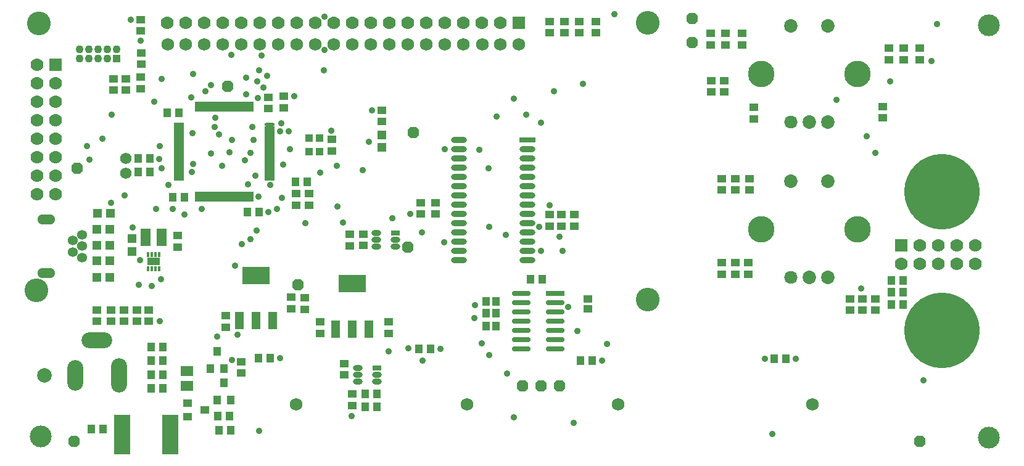
<source format=gbs>
G04*
G04 #@! TF.GenerationSoftware,Altium Limited,Altium Designer,19.1.5 (86)*
G04*
G04 Layer_Color=16711935*
%FSLAX24Y24*%
%MOIN*%
G70*
G01*
G75*
%ADD20C,0.0680*%
%ADD21R,0.0513X0.0474*%
%ADD22P,0.0682X8X112.5*%
%ADD23O,0.1655X0.0867*%
%ADD24O,0.0867X0.1655*%
%ADD25O,0.0867X0.1852*%
%ADD26C,0.0789*%
%ADD27R,0.0700X0.0700*%
%ADD28C,0.0700*%
%ADD29C,0.1280*%
%ADD30P,0.0682X8X22.5*%
%ADD31O,0.0730X0.0680*%
%ADD32C,0.0730*%
%ADD33C,0.1430*%
%ADD34C,0.4080*%
%ADD35C,0.0620*%
%ADD36R,0.0700X0.0700*%
%ADD37O,0.0966X0.0533*%
%ADD38C,0.0533*%
%ADD39C,0.0430*%
%ADD40R,0.0430X0.0430*%
%ADD41C,0.1180*%
%ADD42C,0.0360*%
%ADD43C,0.0237*%
%ADD100R,0.0454X0.0395*%
%ADD101R,0.0395X0.0454*%
%ADD102R,0.0474X0.0434*%
%ADD103R,0.0513X0.0513*%
%ADD104R,0.0513X0.0513*%
%ADD105R,0.0178X0.0277*%
%ADD106R,0.0710X0.0434*%
%ADD107R,0.0556X0.0954*%
%ADD108R,0.0395X0.0434*%
%ADD109R,0.0867X0.2167*%
%ADD110R,0.0513X0.0926*%
%ADD111R,0.0513X0.0926*%
%ADD112R,0.1458X0.0926*%
%ADD113O,0.0867X0.0316*%
%ADD114R,0.0867X0.0316*%
%ADD115R,0.0671X0.0572*%
%ADD116R,0.0198X0.0552*%
%ADD117R,0.0552X0.0198*%
%ADD118O,0.0552X0.0198*%
%ADD119O,0.0513X0.0316*%
%ADD120R,0.0513X0.0316*%
%ADD121R,0.0434X0.0474*%
%ADD122O,0.1020X0.0277*%
%ADD123R,0.1020X0.0277*%
%ADD124R,0.0415X0.0474*%
%ADD125R,0.0415X0.0474*%
%ADD126R,0.0474X0.0415*%
%ADD127R,0.0474X0.0415*%
D20*
X42900Y3000D02*
D03*
X24250D02*
D03*
X32400D02*
D03*
X15000D02*
D03*
X8074Y22450D02*
D03*
X9058D02*
D03*
X10050D02*
D03*
X11026D02*
D03*
X12050D02*
D03*
X13050D02*
D03*
X14050D02*
D03*
X15050D02*
D03*
X16050D02*
D03*
X17050D02*
D03*
X18050D02*
D03*
X19050D02*
D03*
X20058D02*
D03*
X21050D02*
D03*
X22050D02*
D03*
X23050D02*
D03*
X24050D02*
D03*
X25082D02*
D03*
X26050D02*
D03*
X27050D02*
D03*
D21*
X19650Y17569D02*
D03*
Y16900D02*
D03*
D22*
X36400Y22580D02*
D03*
Y23860D02*
D03*
X29250Y4000D02*
D03*
X3000Y1000D02*
D03*
X28250Y4000D02*
D03*
X48700Y1000D02*
D03*
X11300Y20200D02*
D03*
X21050Y11500D02*
D03*
X27250Y4000D02*
D03*
X15120Y9480D02*
D03*
D23*
X4255Y6470D02*
D03*
D24*
X3074Y4580D02*
D03*
D25*
X5436D02*
D03*
D26*
X1420D02*
D03*
D27*
X27050Y23631D02*
D03*
X47700Y11600D02*
D03*
D28*
X9050Y23631D02*
D03*
X10050D02*
D03*
X11050D02*
D03*
X12050D02*
D03*
X13050D02*
D03*
X14050D02*
D03*
X15050D02*
D03*
X16050D02*
D03*
X17050D02*
D03*
X18050D02*
D03*
X19050D02*
D03*
X20050D02*
D03*
X21050D02*
D03*
X22050D02*
D03*
X23050D02*
D03*
X24050D02*
D03*
X25050D02*
D03*
X26050D02*
D03*
X8050D02*
D03*
X48700Y11600D02*
D03*
X49700D02*
D03*
X50700D02*
D03*
X51700D02*
D03*
X47700Y10600D02*
D03*
X48700D02*
D03*
X49700D02*
D03*
X50700D02*
D03*
X51700D02*
D03*
X1000Y14350D02*
D03*
Y15350D02*
D03*
Y16350D02*
D03*
Y17350D02*
D03*
Y18350D02*
D03*
Y19350D02*
D03*
Y20350D02*
D03*
Y21350D02*
D03*
X2000Y14350D02*
D03*
Y15350D02*
D03*
Y16350D02*
D03*
Y17350D02*
D03*
Y18350D02*
D03*
Y19350D02*
D03*
Y20350D02*
D03*
D29*
X34020Y23631D02*
D03*
Y8670D02*
D03*
X1100Y23601D02*
D03*
X967Y9169D02*
D03*
D30*
X21350Y17700D02*
D03*
X3175Y15775D02*
D03*
D31*
X41750Y18250D02*
D03*
Y9850D02*
D03*
D32*
X42750Y18250D02*
D03*
X43750D02*
D03*
Y23450D02*
D03*
X41750D02*
D03*
Y15050D02*
D03*
X43750D02*
D03*
Y9850D02*
D03*
X42750D02*
D03*
D33*
X45350Y20850D02*
D03*
X40150D02*
D03*
Y12450D02*
D03*
X45350D02*
D03*
D34*
X49900Y7000D02*
D03*
Y14500D02*
D03*
D35*
X5800Y15500D02*
D03*
X5815Y16300D02*
D03*
D36*
X2000Y21350D02*
D03*
D37*
X1500Y12987D02*
D03*
Y10113D02*
D03*
D38*
X2957Y11865D02*
D03*
Y11235D02*
D03*
X3449Y10920D02*
D03*
Y11550D02*
D03*
Y12180D02*
D03*
D39*
X3300Y22200D02*
D03*
Y21700D02*
D03*
X3800Y22200D02*
D03*
Y21700D02*
D03*
X4300Y22200D02*
D03*
Y21700D02*
D03*
X4800Y22200D02*
D03*
Y21700D02*
D03*
X5300Y22200D02*
D03*
D40*
Y21700D02*
D03*
D41*
X1200Y1250D02*
D03*
X52450Y1200D02*
D03*
Y23500D02*
D03*
D42*
X6160Y12570D02*
D03*
X24660Y8380D02*
D03*
X24640Y7660D02*
D03*
X12890Y12410D02*
D03*
X10410Y20260D02*
D03*
X10100Y19920D02*
D03*
X7210Y9390D02*
D03*
X7700Y9770D02*
D03*
X8340Y13570D02*
D03*
X8960Y13250D02*
D03*
X6570Y10810D02*
D03*
X10740Y6650D02*
D03*
X16300Y15540D02*
D03*
X17210Y15890D02*
D03*
X14308Y15952D02*
D03*
X14670Y16810D02*
D03*
X6500Y9450D02*
D03*
X16910Y17810D02*
D03*
X16550Y23950D02*
D03*
X6080Y23790D02*
D03*
X32210Y24100D02*
D03*
X26790Y19520D02*
D03*
X28230Y18230D02*
D03*
X30510Y20320D02*
D03*
X28940Y19930D02*
D03*
X27440Y18655D02*
D03*
X25840Y18570D02*
D03*
X29410Y11300D02*
D03*
X11720Y10500D02*
D03*
X12080Y11660D02*
D03*
X12530Y11940D02*
D03*
X14240Y14170D02*
D03*
X17540Y12830D02*
D03*
X3840Y16240D02*
D03*
X18615Y15680D02*
D03*
X13960Y13560D02*
D03*
X13240Y20120D02*
D03*
X12940Y19550D02*
D03*
X12900Y20450D02*
D03*
X13450Y20750D02*
D03*
X12300Y19750D02*
D03*
X10650Y18500D02*
D03*
X23050Y16800D02*
D03*
X13500Y13400D02*
D03*
X7450Y13550D02*
D03*
X5750Y14300D02*
D03*
X20000Y5850D02*
D03*
X11550Y5400D02*
D03*
X11858Y6758D02*
D03*
X14150Y5500D02*
D03*
X15500Y12800D02*
D03*
X20200Y13050D02*
D03*
X17250Y13700D02*
D03*
X3700Y16950D02*
D03*
X25050Y6300D02*
D03*
X31800Y6250D02*
D03*
X26400Y4650D02*
D03*
X25450Y5650D02*
D03*
X21850Y5350D02*
D03*
X18000Y2350D02*
D03*
X13000Y1550D02*
D03*
X21800Y12300D02*
D03*
X40750Y1400D02*
D03*
X30000Y2000D02*
D03*
X26760Y2310D02*
D03*
X9450Y20850D02*
D03*
X7750Y20600D02*
D03*
X7350Y19350D02*
D03*
X9350Y19600D02*
D03*
X12650Y18000D02*
D03*
X13000Y21050D02*
D03*
X12300Y20650D02*
D03*
X14200Y18200D02*
D03*
X14150Y17750D02*
D03*
X14600D02*
D03*
X21162Y13288D02*
D03*
X25450Y12600D02*
D03*
X25400Y15750D02*
D03*
X29700Y8250D02*
D03*
X30200Y6950D02*
D03*
X21075Y6025D02*
D03*
X22800Y6000D02*
D03*
X16550Y22150D02*
D03*
X40350Y5450D02*
D03*
X31550Y5350D02*
D03*
X42019Y5450D02*
D03*
X7650Y16950D02*
D03*
X16500Y21050D02*
D03*
X7750Y15750D02*
D03*
X7600Y16250D02*
D03*
X14900Y19650D02*
D03*
X11500Y21900D02*
D03*
X9900Y13550D02*
D03*
X5000Y13900D02*
D03*
X6600Y22650D02*
D03*
X18950Y17200D02*
D03*
X19100Y18900D02*
D03*
X13150Y21850D02*
D03*
X5050Y18650D02*
D03*
X8100Y14850D02*
D03*
X4550Y17350D02*
D03*
X49350Y21550D02*
D03*
X45550Y9250D02*
D03*
X9450Y16000D02*
D03*
X9374Y15576D02*
D03*
X10400Y16562D02*
D03*
X12815Y15365D02*
D03*
X23000Y11750D02*
D03*
X28250Y11300D02*
D03*
X9400Y17650D02*
D03*
X47100Y20450D02*
D03*
X45850Y17500D02*
D03*
X44200Y19450D02*
D03*
X24900Y16750D02*
D03*
X48900Y4300D02*
D03*
X49650Y23550D02*
D03*
X46300Y16600D02*
D03*
X7650Y7500D02*
D03*
X28700Y13750D02*
D03*
X26350Y12150D02*
D03*
X11422Y16622D02*
D03*
X11550Y17300D02*
D03*
X12700D02*
D03*
X12550Y16600D02*
D03*
X12250Y16200D02*
D03*
X10600Y18000D02*
D03*
X10850Y17600D02*
D03*
X13600Y14850D02*
D03*
X11000Y15900D02*
D03*
X12968Y14218D02*
D03*
X12400Y14900D02*
D03*
X28150Y12600D02*
D03*
X29250Y12050D02*
D03*
D43*
X7477Y10710D02*
D03*
X7163D02*
D03*
D100*
X30780Y8154D02*
D03*
Y8686D02*
D03*
D101*
X25816Y7240D02*
D03*
X25284D02*
D03*
X25806Y7930D02*
D03*
X25274D02*
D03*
X25806Y8570D02*
D03*
X25274D02*
D03*
D102*
X8600Y11515D02*
D03*
Y12145D02*
D03*
X14350Y19035D02*
D03*
Y19665D02*
D03*
X16950Y16715D02*
D03*
Y17345D02*
D03*
X11200Y7800D02*
D03*
Y7170D02*
D03*
X18050Y2920D02*
D03*
Y3550D02*
D03*
X17600Y5215D02*
D03*
Y4585D02*
D03*
X31200Y23085D02*
D03*
Y23715D02*
D03*
X48700Y21635D02*
D03*
Y22265D02*
D03*
X20000Y7465D02*
D03*
Y6835D02*
D03*
X4250Y8115D02*
D03*
Y7485D02*
D03*
X5000Y8115D02*
D03*
Y7485D02*
D03*
X46300Y8085D02*
D03*
Y8715D02*
D03*
X45600Y8085D02*
D03*
Y8715D02*
D03*
X38000Y10035D02*
D03*
Y10665D02*
D03*
X38750Y10035D02*
D03*
Y10665D02*
D03*
X38000Y15215D02*
D03*
Y14585D02*
D03*
X38750D02*
D03*
Y15215D02*
D03*
X17900Y11570D02*
D03*
Y12200D02*
D03*
X18650Y11585D02*
D03*
Y12215D02*
D03*
X37400Y22435D02*
D03*
Y23065D02*
D03*
X38200Y22435D02*
D03*
Y23065D02*
D03*
X47850Y22265D02*
D03*
Y21635D02*
D03*
X38150Y19885D02*
D03*
Y20515D02*
D03*
X47050Y22265D02*
D03*
Y21635D02*
D03*
X37450Y19885D02*
D03*
Y20515D02*
D03*
X30300Y23085D02*
D03*
Y23715D02*
D03*
X15000Y13770D02*
D03*
Y14400D02*
D03*
X15700Y13770D02*
D03*
Y14400D02*
D03*
X13500Y19615D02*
D03*
Y18985D02*
D03*
X6400Y8115D02*
D03*
Y7485D02*
D03*
X5150Y20615D02*
D03*
Y19985D02*
D03*
X5800Y20615D02*
D03*
Y19985D02*
D03*
X6600Y20070D02*
D03*
Y20700D02*
D03*
X6650Y22015D02*
D03*
Y21385D02*
D03*
X6600Y23815D02*
D03*
Y23185D02*
D03*
X19650Y18285D02*
D03*
Y18915D02*
D03*
X29500Y23715D02*
D03*
Y23085D02*
D03*
X29350Y12635D02*
D03*
Y13265D02*
D03*
X21750Y13285D02*
D03*
Y13915D02*
D03*
X22550Y13285D02*
D03*
Y13915D02*
D03*
X16300Y7465D02*
D03*
Y6835D02*
D03*
X5700Y7485D02*
D03*
Y8115D02*
D03*
X14750Y8155D02*
D03*
Y8785D02*
D03*
X15490Y8135D02*
D03*
Y8765D02*
D03*
X39100Y22435D02*
D03*
Y23065D02*
D03*
X39750Y19065D02*
D03*
Y18435D02*
D03*
X46700Y19115D02*
D03*
Y18485D02*
D03*
X28700Y12635D02*
D03*
Y13265D02*
D03*
X28700Y23715D02*
D03*
Y23085D02*
D03*
X12050Y5315D02*
D03*
Y4685D02*
D03*
X44950Y8715D02*
D03*
Y8085D02*
D03*
X39500Y14585D02*
D03*
Y15215D02*
D03*
X30050Y12635D02*
D03*
Y13265D02*
D03*
X39450Y10035D02*
D03*
Y10665D02*
D03*
X7050Y7485D02*
D03*
Y8115D02*
D03*
D103*
X4276Y13340D02*
D03*
X4984D02*
D03*
X4954Y9850D02*
D03*
X4246D02*
D03*
X4954Y11600D02*
D03*
X4246D02*
D03*
X4246Y12450D02*
D03*
X4954D02*
D03*
X4246Y10750D02*
D03*
X4954D02*
D03*
D104*
X6140Y11256D02*
D03*
Y11964D02*
D03*
D105*
X7025Y11094D02*
D03*
X7222D02*
D03*
X7418D02*
D03*
X7615D02*
D03*
Y10346D02*
D03*
X7418D02*
D03*
X7222D02*
D03*
X7025D02*
D03*
D106*
X7320Y10720D02*
D03*
D107*
X6867Y12040D02*
D03*
X7733D02*
D03*
D108*
X16271Y16675D02*
D03*
Y17404D02*
D03*
X15700Y16675D02*
D03*
Y17404D02*
D03*
D109*
X8199Y1350D02*
D03*
X5601D02*
D03*
D110*
X18956Y7080D02*
D03*
X17144D02*
D03*
X13756Y7530D02*
D03*
X11944D02*
D03*
D111*
X18050Y7080D02*
D03*
X12850Y7530D02*
D03*
D112*
X18050Y9520D02*
D03*
X12850Y9970D02*
D03*
D113*
X23800Y10800D02*
D03*
Y11300D02*
D03*
Y11800D02*
D03*
Y12300D02*
D03*
Y12800D02*
D03*
Y13300D02*
D03*
Y13800D02*
D03*
Y14300D02*
D03*
Y14800D02*
D03*
Y15300D02*
D03*
Y15800D02*
D03*
Y16300D02*
D03*
Y16800D02*
D03*
Y17300D02*
D03*
X27501Y10800D02*
D03*
Y11300D02*
D03*
Y11800D02*
D03*
Y12300D02*
D03*
Y12800D02*
D03*
Y13300D02*
D03*
Y13800D02*
D03*
Y14300D02*
D03*
Y14800D02*
D03*
Y15300D02*
D03*
Y15800D02*
D03*
Y16300D02*
D03*
Y16800D02*
D03*
D114*
Y17300D02*
D03*
D115*
X9100Y4813D02*
D03*
Y3987D02*
D03*
D116*
X12603Y19100D02*
D03*
X12406D02*
D03*
X12209D02*
D03*
X12012D02*
D03*
X11815D02*
D03*
X11618D02*
D03*
X11422D02*
D03*
X11225D02*
D03*
X11028D02*
D03*
X10831D02*
D03*
X10634D02*
D03*
X10437D02*
D03*
X10241D02*
D03*
X10044D02*
D03*
X9847D02*
D03*
X9650D02*
D03*
Y14218D02*
D03*
X9847D02*
D03*
X10044D02*
D03*
X10241D02*
D03*
X10437D02*
D03*
X10634D02*
D03*
X10831D02*
D03*
X11028D02*
D03*
X11225D02*
D03*
X11422D02*
D03*
X11618D02*
D03*
X11815D02*
D03*
X12012D02*
D03*
X12209D02*
D03*
X12406D02*
D03*
X12603D02*
D03*
D117*
X8685Y18135D02*
D03*
Y17939D02*
D03*
Y17742D02*
D03*
Y17545D02*
D03*
Y17348D02*
D03*
Y17151D02*
D03*
Y16954D02*
D03*
Y16757D02*
D03*
Y16561D02*
D03*
Y16364D02*
D03*
Y16167D02*
D03*
Y15970D02*
D03*
Y15773D02*
D03*
Y15576D02*
D03*
Y15380D02*
D03*
Y15183D02*
D03*
X13567D02*
D03*
Y15380D02*
D03*
Y15576D02*
D03*
Y15773D02*
D03*
Y15970D02*
D03*
Y16167D02*
D03*
Y16364D02*
D03*
Y16561D02*
D03*
Y16757D02*
D03*
Y16954D02*
D03*
Y17151D02*
D03*
Y17348D02*
D03*
Y17545D02*
D03*
Y17742D02*
D03*
Y17939D02*
D03*
D118*
Y18135D02*
D03*
D119*
X19350Y11526D02*
D03*
Y11900D02*
D03*
Y12274D02*
D03*
X20374Y11526D02*
D03*
Y11900D02*
D03*
X19374Y4600D02*
D03*
Y4226D02*
D03*
X18350Y4974D02*
D03*
Y4600D02*
D03*
Y4226D02*
D03*
D120*
X20374Y12274D02*
D03*
X19374Y4974D02*
D03*
D121*
X28315Y9750D02*
D03*
X27685D02*
D03*
X13615Y5500D02*
D03*
X12985D02*
D03*
X19365Y3550D02*
D03*
X18735D02*
D03*
Y2850D02*
D03*
X19365D02*
D03*
X4565Y1650D02*
D03*
X3935D02*
D03*
X7815Y6100D02*
D03*
X7185D02*
D03*
X47815Y9050D02*
D03*
X47185D02*
D03*
X13015Y13400D02*
D03*
X12385D02*
D03*
X8335Y14200D02*
D03*
X8965D02*
D03*
X8035Y18750D02*
D03*
X8665D02*
D03*
X15615Y15035D02*
D03*
X14985D02*
D03*
X6485Y16300D02*
D03*
X7115D02*
D03*
X7115Y15550D02*
D03*
X6485D02*
D03*
X7815Y5350D02*
D03*
X7185D02*
D03*
Y4600D02*
D03*
X7815D02*
D03*
X7185Y3850D02*
D03*
X7815D02*
D03*
X47185Y8400D02*
D03*
X47815D02*
D03*
X47185Y9700D02*
D03*
X47815D02*
D03*
X40835Y5450D02*
D03*
X41465D02*
D03*
X31015Y5350D02*
D03*
X30385D02*
D03*
X10785Y2350D02*
D03*
X11415D02*
D03*
X10835Y1600D02*
D03*
X11465D02*
D03*
X21635Y6000D02*
D03*
X22265D02*
D03*
D122*
X27170D02*
D03*
Y6500D02*
D03*
Y7000D02*
D03*
Y7500D02*
D03*
Y8000D02*
D03*
Y8500D02*
D03*
Y9000D02*
D03*
X29000Y6000D02*
D03*
Y6500D02*
D03*
Y7000D02*
D03*
Y7500D02*
D03*
Y8000D02*
D03*
Y8500D02*
D03*
D123*
Y9000D02*
D03*
D124*
X10750Y5872D02*
D03*
X11124Y4928D02*
D03*
X11100Y4172D02*
D03*
X11474Y3228D02*
D03*
D125*
X10376Y4928D02*
D03*
X10726Y3228D02*
D03*
D126*
X9128Y2326D02*
D03*
X10072Y2700D02*
D03*
D127*
X9128Y3074D02*
D03*
M02*

</source>
